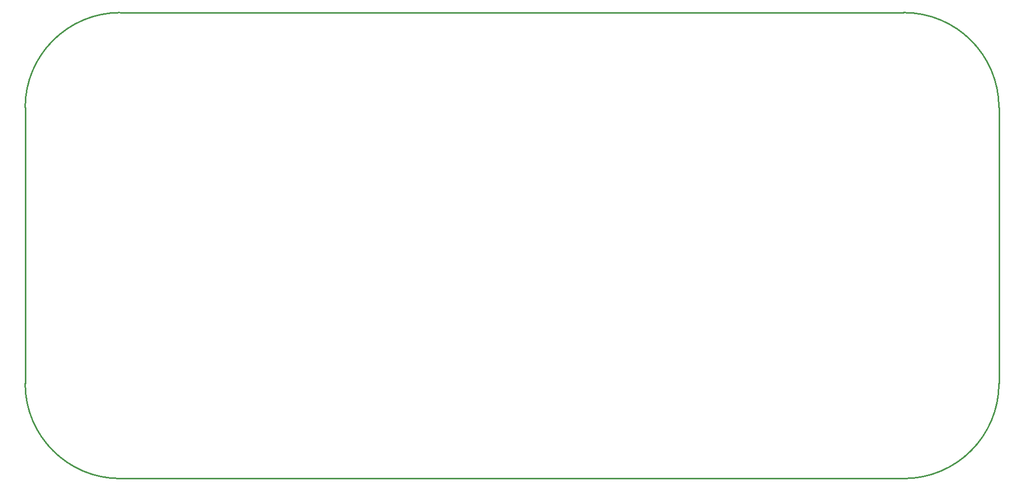
<source format=gko>
G04 Layer: BoardOutline*
G04 EasyEDA v6.4.19.3, 2021-03-31T08:50:56+02:00*
G04 7e8d071977a24ced90268045b7a9a018,03b0b1bb86a94345b9bcc081285aab9b,10*
G04 Gerber Generator version 0.2*
G04 Scale: 100 percent, Rotated: No, Reflected: No *
G04 Dimensions in inches *
G04 leading zeros omitted , absolute positions ,3 integer and 6 decimal *
%FSLAX36Y36*%
%MOIN*%

%ADD10C,0.0100*%
D10*
X380000Y620394D02*
G01*
X380000Y2435000D01*
X6154606Y-5000D02*
G01*
X1005393Y-5000D01*
X6780000Y2435000D02*
G01*
X6780000Y620394D01*
X1005393Y3060394D02*
G01*
X6154606Y3060394D01*
G75*
G01*
X6154606Y3060394D02*
G02*
X6780000Y2435000I0J-625394D01*
G75*
G01*
X6780000Y620394D02*
G02*
X6154606Y-5000I-625394J0D01*
G75*
G01*
X1005394Y-5000D02*
G02*
X380000Y620394I0J625394D01*
G75*
G01*
X380000Y2435000D02*
G02*
X1005394Y3060394I625394J0D01*

%LPD*%
M02*

</source>
